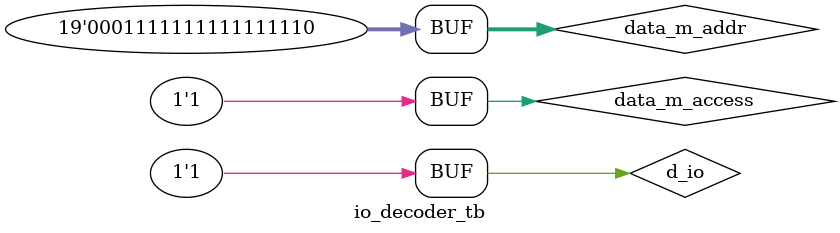
<source format=sv>
`timescale 1ns / 1ps

module io_decoder_tb;

// Testbench Signals
reg d_io;
reg data_m_access;
reg [19:1] data_m_addr;
wire leds_access;
wire sdram_config_access;
wire default_io_access;
wire uart_access;
wire spi_access;
wire irq_control_access;
wire pic_access;
wire timer_access;
wire bios_control_access;
wire vga_reg_access;
wire ps2_kbd_access;
wire ps2_mouse_access;
wire ppi_control_access;

// Instantiate the Unit Under Test (UUT)
AddressDecoderIO uut (
    .d_io(d_io),
    .data_m_access(data_m_access),
    .data_m_addr(data_m_addr),
    .leds_access(leds_access),
    .sdram_config_access(sdram_config_access),
    .default_io_access(default_io_access),
    .uart_access(uart_access),
    .spi_access(spi_access),
    .irq_control_access(irq_control_access),
    .pic_access(pic_access),
    .timer_access(timer_access),
    .bios_control_access(bios_control_access),
    .vga_reg_access(vga_reg_access),
    .ps2_kbd_access(ps2_kbd_access),
    .ps2_mouse_access(ps2_mouse_access),
    .ppi_control_access(ppi_control_access)
);

initial begin
    // Initialize Inputs
    d_io = 0;
    data_m_access = 0;
    data_m_addr = 0;

    // Wait 100 ns for global reset to finish
    #5;
    
    // Stimulus: Accessing address 3D8h
    d_io = 1;
    data_m_access = 1;
    //data_m_addr = 16'h03D8; // Address 3D8h

    data_m_addr = 16'hFFFE; // Address 3D8h

    // Wait for the design to process the input
    #10;
    
    // Check the result
    if (vga_reg_access === 1'b1) begin
        $display("Test passed: VGA register access is correctly set for address 3D8h.");
    end else begin
        $display("Test failed: VGA register access is not correctly set for address 3D8h.");
    end

    // Complete the simulation
    #10;
   
end

endmodule

</source>
